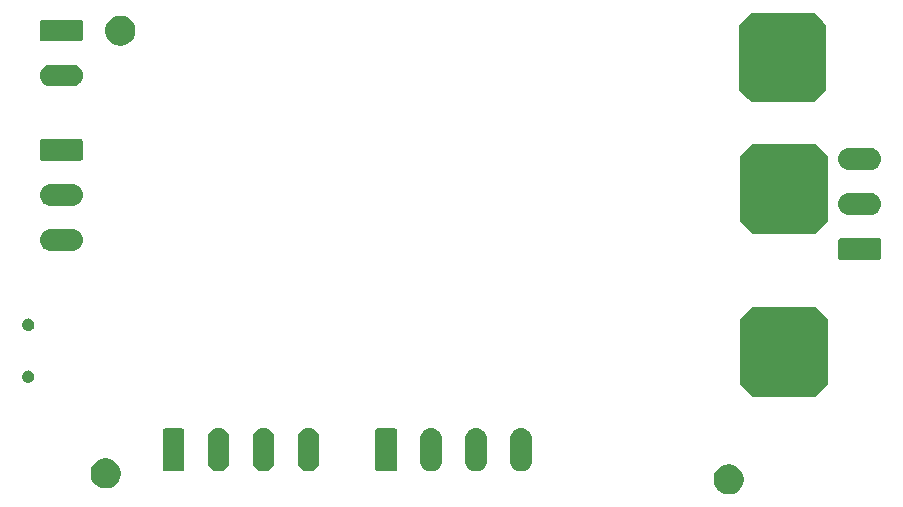
<source format=gbs>
G04 #@! TF.GenerationSoftware,KiCad,Pcbnew,(5.1.0)-1*
G04 #@! TF.CreationDate,2020-05-29T16:33:31+02:00*
G04 #@! TF.ProjectId,motortreiber,6d6f746f-7274-4726-9569-6265722e6b69,rev?*
G04 #@! TF.SameCoordinates,Original*
G04 #@! TF.FileFunction,Soldermask,Bot*
G04 #@! TF.FilePolarity,Negative*
%FSLAX46Y46*%
G04 Gerber Fmt 4.6, Leading zero omitted, Abs format (unit mm)*
G04 Created by KiCad (PCBNEW (5.1.0)-1) date 2020-05-29 16:33:31*
%MOMM*%
%LPD*%
G04 APERTURE LIST*
%ADD10C,0.100000*%
G04 APERTURE END LIST*
D10*
G36*
X191300000Y-98450000D02*
G01*
X191300000Y-103950000D01*
X190300000Y-104950000D01*
X185000000Y-104950000D01*
X184000000Y-103950000D01*
X184000000Y-98450000D01*
X185000000Y-97450000D01*
X190300000Y-97450000D01*
X191300000Y-98450000D01*
G37*
X191300000Y-98450000D02*
X191300000Y-103950000D01*
X190300000Y-104950000D01*
X185000000Y-104950000D01*
X184000000Y-103950000D01*
X184000000Y-98450000D01*
X185000000Y-97450000D01*
X190300000Y-97450000D01*
X191300000Y-98450000D01*
G36*
X191300000Y-84650000D02*
G01*
X191300000Y-90150000D01*
X190300000Y-91150000D01*
X185000000Y-91150000D01*
X184000000Y-90150000D01*
X184000000Y-84650000D01*
X185000000Y-83650000D01*
X190300000Y-83650000D01*
X191300000Y-84650000D01*
G37*
X191300000Y-84650000D02*
X191300000Y-90150000D01*
X190300000Y-91150000D01*
X185000000Y-91150000D01*
X184000000Y-90150000D01*
X184000000Y-84650000D01*
X185000000Y-83650000D01*
X190300000Y-83650000D01*
X191300000Y-84650000D01*
G36*
X191200000Y-73500000D02*
G01*
X191200000Y-79000000D01*
X190200000Y-80000000D01*
X184900000Y-80000000D01*
X183900000Y-79000000D01*
X183900000Y-73500000D01*
X184900000Y-72500000D01*
X190200000Y-72500000D01*
X191200000Y-73500000D01*
G37*
X191200000Y-73500000D02*
X191200000Y-79000000D01*
X190200000Y-80000000D01*
X184900000Y-80000000D01*
X183900000Y-79000000D01*
X183900000Y-73500000D01*
X184900000Y-72500000D01*
X190200000Y-72500000D01*
X191200000Y-73500000D01*
G36*
X183244595Y-110753772D02*
G01*
X183370445Y-110778805D01*
X183601571Y-110874541D01*
X183809578Y-111013527D01*
X183986473Y-111190422D01*
X184125459Y-111398429D01*
X184219344Y-111625086D01*
X184221195Y-111629556D01*
X184269111Y-111870444D01*
X184270000Y-111874916D01*
X184270000Y-112125084D01*
X184221195Y-112370445D01*
X184125459Y-112601571D01*
X183986473Y-112809578D01*
X183809578Y-112986473D01*
X183601571Y-113125459D01*
X183370445Y-113221195D01*
X183288658Y-113237463D01*
X183125086Y-113270000D01*
X182874914Y-113270000D01*
X182711342Y-113237463D01*
X182629555Y-113221195D01*
X182398429Y-113125459D01*
X182190422Y-112986473D01*
X182013527Y-112809578D01*
X181874541Y-112601571D01*
X181778805Y-112370445D01*
X181730000Y-112125084D01*
X181730000Y-111874916D01*
X181730890Y-111870444D01*
X181778805Y-111629556D01*
X181780657Y-111625086D01*
X181874541Y-111398429D01*
X182013527Y-111190422D01*
X182190422Y-111013527D01*
X182398429Y-110874541D01*
X182629555Y-110778805D01*
X182755405Y-110753772D01*
X182874914Y-110730000D01*
X183125086Y-110730000D01*
X183244595Y-110753772D01*
X183244595Y-110753772D01*
G37*
G36*
X130538658Y-110262537D02*
G01*
X130620445Y-110278805D01*
X130851571Y-110374541D01*
X131059578Y-110513527D01*
X131236473Y-110690422D01*
X131375459Y-110898429D01*
X131471195Y-111129555D01*
X131486485Y-111206424D01*
X131520000Y-111374914D01*
X131520000Y-111625086D01*
X131487463Y-111788658D01*
X131471195Y-111870445D01*
X131375459Y-112101571D01*
X131236473Y-112309578D01*
X131059578Y-112486473D01*
X130851571Y-112625459D01*
X130620445Y-112721195D01*
X130538658Y-112737463D01*
X130375086Y-112770000D01*
X130124914Y-112770000D01*
X129961342Y-112737463D01*
X129879555Y-112721195D01*
X129648429Y-112625459D01*
X129440422Y-112486473D01*
X129263527Y-112309578D01*
X129124541Y-112101571D01*
X129028805Y-111870445D01*
X129012537Y-111788658D01*
X128980000Y-111625086D01*
X128980000Y-111374914D01*
X129013515Y-111206424D01*
X129028805Y-111129555D01*
X129124541Y-110898429D01*
X129263527Y-110690422D01*
X129440422Y-110513527D01*
X129648429Y-110374541D01*
X129879555Y-110278805D01*
X129961342Y-110262537D01*
X130124914Y-110230000D01*
X130375086Y-110230000D01*
X130538658Y-110262537D01*
X130538658Y-110262537D01*
G37*
G36*
X157990350Y-107693311D02*
G01*
X158163772Y-107745919D01*
X158323596Y-107831345D01*
X158389825Y-107885699D01*
X158463686Y-107946314D01*
X158559734Y-108063350D01*
X158578655Y-108086405D01*
X158664081Y-108246227D01*
X158716689Y-108419649D01*
X158730000Y-108554804D01*
X158730000Y-110445196D01*
X158716689Y-110580351D01*
X158664081Y-110753773D01*
X158578655Y-110913595D01*
X158578653Y-110913597D01*
X158463686Y-111053686D01*
X158371238Y-111129555D01*
X158323595Y-111168655D01*
X158163773Y-111254081D01*
X157990351Y-111306689D01*
X157810000Y-111324451D01*
X157629650Y-111306689D01*
X157456228Y-111254081D01*
X157296406Y-111168655D01*
X157248763Y-111129555D01*
X157156315Y-111053686D01*
X157041348Y-110913597D01*
X157041346Y-110913595D01*
X156955920Y-110753773D01*
X156903312Y-110580351D01*
X156890001Y-110445196D01*
X156890000Y-108554805D01*
X156903311Y-108419650D01*
X156955919Y-108246228D01*
X157041345Y-108086404D01*
X157101528Y-108013072D01*
X157156314Y-107946314D01*
X157296403Y-107831347D01*
X157296405Y-107831345D01*
X157456227Y-107745919D01*
X157629649Y-107693311D01*
X157810000Y-107675549D01*
X157990350Y-107693311D01*
X157990350Y-107693311D01*
G37*
G36*
X165610350Y-107693311D02*
G01*
X165783772Y-107745919D01*
X165943596Y-107831345D01*
X166009825Y-107885699D01*
X166083686Y-107946314D01*
X166179734Y-108063350D01*
X166198655Y-108086405D01*
X166284081Y-108246227D01*
X166336689Y-108419649D01*
X166350000Y-108554804D01*
X166350000Y-110445196D01*
X166336689Y-110580351D01*
X166284081Y-110753773D01*
X166198655Y-110913595D01*
X166198653Y-110913597D01*
X166083686Y-111053686D01*
X165991238Y-111129555D01*
X165943595Y-111168655D01*
X165783773Y-111254081D01*
X165610351Y-111306689D01*
X165430000Y-111324451D01*
X165249650Y-111306689D01*
X165076228Y-111254081D01*
X164916406Y-111168655D01*
X164868763Y-111129555D01*
X164776315Y-111053686D01*
X164661348Y-110913597D01*
X164661346Y-110913595D01*
X164575920Y-110753773D01*
X164523312Y-110580351D01*
X164510001Y-110445196D01*
X164510000Y-108554805D01*
X164523311Y-108419650D01*
X164575919Y-108246228D01*
X164661345Y-108086404D01*
X164721528Y-108013072D01*
X164776314Y-107946314D01*
X164916403Y-107831347D01*
X164916405Y-107831345D01*
X165076227Y-107745919D01*
X165249649Y-107693311D01*
X165430000Y-107675549D01*
X165610350Y-107693311D01*
X165610350Y-107693311D01*
G37*
G36*
X161800350Y-107693311D02*
G01*
X161973772Y-107745919D01*
X162133596Y-107831345D01*
X162199825Y-107885699D01*
X162273686Y-107946314D01*
X162369734Y-108063350D01*
X162388655Y-108086405D01*
X162474081Y-108246227D01*
X162526689Y-108419649D01*
X162540000Y-108554804D01*
X162540000Y-110445196D01*
X162526689Y-110580351D01*
X162474081Y-110753773D01*
X162388655Y-110913595D01*
X162388653Y-110913597D01*
X162273686Y-111053686D01*
X162181238Y-111129555D01*
X162133595Y-111168655D01*
X161973773Y-111254081D01*
X161800351Y-111306689D01*
X161620000Y-111324451D01*
X161439650Y-111306689D01*
X161266228Y-111254081D01*
X161106406Y-111168655D01*
X161058763Y-111129555D01*
X160966315Y-111053686D01*
X160851348Y-110913597D01*
X160851346Y-110913595D01*
X160765920Y-110753773D01*
X160713312Y-110580351D01*
X160700001Y-110445196D01*
X160700000Y-108554805D01*
X160713311Y-108419650D01*
X160765919Y-108246228D01*
X160851345Y-108086404D01*
X160911528Y-108013072D01*
X160966314Y-107946314D01*
X161106403Y-107831347D01*
X161106405Y-107831345D01*
X161266227Y-107745919D01*
X161439649Y-107693311D01*
X161620000Y-107675549D01*
X161800350Y-107693311D01*
X161800350Y-107693311D01*
G37*
G36*
X139990350Y-107693311D02*
G01*
X140163772Y-107745919D01*
X140323596Y-107831345D01*
X140389825Y-107885699D01*
X140463686Y-107946314D01*
X140559734Y-108063350D01*
X140578655Y-108086405D01*
X140664081Y-108246227D01*
X140716689Y-108419649D01*
X140730000Y-108554804D01*
X140730000Y-110445196D01*
X140716689Y-110580351D01*
X140664081Y-110753773D01*
X140578655Y-110913595D01*
X140578653Y-110913597D01*
X140463686Y-111053686D01*
X140371238Y-111129555D01*
X140323595Y-111168655D01*
X140163773Y-111254081D01*
X139990351Y-111306689D01*
X139810000Y-111324451D01*
X139629650Y-111306689D01*
X139456228Y-111254081D01*
X139296406Y-111168655D01*
X139248763Y-111129555D01*
X139156315Y-111053686D01*
X139041348Y-110913597D01*
X139041346Y-110913595D01*
X138955920Y-110753773D01*
X138903312Y-110580351D01*
X138890001Y-110445196D01*
X138890000Y-108554805D01*
X138903311Y-108419650D01*
X138955919Y-108246228D01*
X139041345Y-108086404D01*
X139101528Y-108013072D01*
X139156314Y-107946314D01*
X139296403Y-107831347D01*
X139296405Y-107831345D01*
X139456227Y-107745919D01*
X139629649Y-107693311D01*
X139810000Y-107675549D01*
X139990350Y-107693311D01*
X139990350Y-107693311D01*
G37*
G36*
X143800350Y-107693311D02*
G01*
X143973772Y-107745919D01*
X144133596Y-107831345D01*
X144199825Y-107885699D01*
X144273686Y-107946314D01*
X144369734Y-108063350D01*
X144388655Y-108086405D01*
X144474081Y-108246227D01*
X144526689Y-108419649D01*
X144540000Y-108554804D01*
X144540000Y-110445196D01*
X144526689Y-110580351D01*
X144474081Y-110753773D01*
X144388655Y-110913595D01*
X144388653Y-110913597D01*
X144273686Y-111053686D01*
X144181238Y-111129555D01*
X144133595Y-111168655D01*
X143973773Y-111254081D01*
X143800351Y-111306689D01*
X143620000Y-111324451D01*
X143439650Y-111306689D01*
X143266228Y-111254081D01*
X143106406Y-111168655D01*
X143058763Y-111129555D01*
X142966315Y-111053686D01*
X142851348Y-110913597D01*
X142851346Y-110913595D01*
X142765920Y-110753773D01*
X142713312Y-110580351D01*
X142700001Y-110445196D01*
X142700000Y-108554805D01*
X142713311Y-108419650D01*
X142765919Y-108246228D01*
X142851345Y-108086404D01*
X142911528Y-108013072D01*
X142966314Y-107946314D01*
X143106403Y-107831347D01*
X143106405Y-107831345D01*
X143266227Y-107745919D01*
X143439649Y-107693311D01*
X143620000Y-107675549D01*
X143800350Y-107693311D01*
X143800350Y-107693311D01*
G37*
G36*
X147610350Y-107693311D02*
G01*
X147783772Y-107745919D01*
X147943596Y-107831345D01*
X148009825Y-107885699D01*
X148083686Y-107946314D01*
X148179734Y-108063350D01*
X148198655Y-108086405D01*
X148284081Y-108246227D01*
X148336689Y-108419649D01*
X148350000Y-108554804D01*
X148350000Y-110445196D01*
X148336689Y-110580351D01*
X148284081Y-110753773D01*
X148198655Y-110913595D01*
X148198653Y-110913597D01*
X148083686Y-111053686D01*
X147991238Y-111129555D01*
X147943595Y-111168655D01*
X147783773Y-111254081D01*
X147610351Y-111306689D01*
X147430000Y-111324451D01*
X147249650Y-111306689D01*
X147076228Y-111254081D01*
X146916406Y-111168655D01*
X146868763Y-111129555D01*
X146776315Y-111053686D01*
X146661348Y-110913597D01*
X146661346Y-110913595D01*
X146575920Y-110753773D01*
X146523312Y-110580351D01*
X146510001Y-110445196D01*
X146510000Y-108554805D01*
X146523311Y-108419650D01*
X146575919Y-108246228D01*
X146661345Y-108086404D01*
X146721528Y-108013072D01*
X146776314Y-107946314D01*
X146916403Y-107831347D01*
X146916405Y-107831345D01*
X147076227Y-107745919D01*
X147249649Y-107693311D01*
X147430000Y-107675549D01*
X147610350Y-107693311D01*
X147610350Y-107693311D01*
G37*
G36*
X136743318Y-107684453D02*
G01*
X136784439Y-107696927D01*
X136822340Y-107717186D01*
X136855556Y-107744444D01*
X136882814Y-107777660D01*
X136903073Y-107815561D01*
X136915547Y-107856682D01*
X136920000Y-107901898D01*
X136920000Y-111098102D01*
X136915547Y-111143318D01*
X136903073Y-111184439D01*
X136882814Y-111222340D01*
X136855556Y-111255556D01*
X136822340Y-111282814D01*
X136784439Y-111303073D01*
X136743318Y-111315547D01*
X136698102Y-111320000D01*
X135301898Y-111320000D01*
X135256682Y-111315547D01*
X135215561Y-111303073D01*
X135177660Y-111282814D01*
X135144444Y-111255556D01*
X135117186Y-111222340D01*
X135096927Y-111184439D01*
X135084453Y-111143318D01*
X135080000Y-111098102D01*
X135080000Y-107901898D01*
X135084453Y-107856682D01*
X135096927Y-107815561D01*
X135117186Y-107777660D01*
X135144444Y-107744444D01*
X135177660Y-107717186D01*
X135215561Y-107696927D01*
X135256682Y-107684453D01*
X135301898Y-107680000D01*
X136698102Y-107680000D01*
X136743318Y-107684453D01*
X136743318Y-107684453D01*
G37*
G36*
X154743318Y-107684453D02*
G01*
X154784439Y-107696927D01*
X154822340Y-107717186D01*
X154855556Y-107744444D01*
X154882814Y-107777660D01*
X154903073Y-107815561D01*
X154915547Y-107856682D01*
X154920000Y-107901898D01*
X154920000Y-111098102D01*
X154915547Y-111143318D01*
X154903073Y-111184439D01*
X154882814Y-111222340D01*
X154855556Y-111255556D01*
X154822340Y-111282814D01*
X154784439Y-111303073D01*
X154743318Y-111315547D01*
X154698102Y-111320000D01*
X153301898Y-111320000D01*
X153256682Y-111315547D01*
X153215561Y-111303073D01*
X153177660Y-111282814D01*
X153144444Y-111255556D01*
X153117186Y-111222340D01*
X153096927Y-111184439D01*
X153084453Y-111143318D01*
X153080000Y-111098102D01*
X153080000Y-107901898D01*
X153084453Y-107856682D01*
X153096927Y-107815561D01*
X153117186Y-107777660D01*
X153144444Y-107744444D01*
X153177660Y-107717186D01*
X153215561Y-107696927D01*
X153256682Y-107684453D01*
X153301898Y-107680000D01*
X154698102Y-107680000D01*
X154743318Y-107684453D01*
X154743318Y-107684453D01*
G37*
G36*
X123801447Y-102789992D02*
G01*
X123851678Y-102799983D01*
X123911355Y-102824702D01*
X123946315Y-102839183D01*
X124031476Y-102896086D01*
X124031478Y-102896088D01*
X124031481Y-102896090D01*
X124103910Y-102968519D01*
X124103912Y-102968522D01*
X124103914Y-102968524D01*
X124160817Y-103053685D01*
X124200017Y-103148323D01*
X124220000Y-103248783D01*
X124220000Y-103351217D01*
X124200017Y-103451677D01*
X124160817Y-103546315D01*
X124103914Y-103631476D01*
X124103912Y-103631478D01*
X124103910Y-103631481D01*
X124031481Y-103703910D01*
X124031478Y-103703912D01*
X124031476Y-103703914D01*
X123946315Y-103760817D01*
X123911355Y-103775298D01*
X123851678Y-103800017D01*
X123801447Y-103810009D01*
X123751217Y-103820000D01*
X123648783Y-103820000D01*
X123598553Y-103810008D01*
X123548322Y-103800017D01*
X123488645Y-103775298D01*
X123453685Y-103760817D01*
X123368524Y-103703914D01*
X123368522Y-103703912D01*
X123368519Y-103703910D01*
X123296090Y-103631481D01*
X123296088Y-103631478D01*
X123296086Y-103631476D01*
X123239183Y-103546315D01*
X123199983Y-103451677D01*
X123180000Y-103351217D01*
X123180000Y-103248783D01*
X123199983Y-103148323D01*
X123239183Y-103053685D01*
X123296086Y-102968524D01*
X123296088Y-102968522D01*
X123296090Y-102968519D01*
X123368519Y-102896090D01*
X123368522Y-102896088D01*
X123368524Y-102896086D01*
X123453685Y-102839183D01*
X123488645Y-102824702D01*
X123548322Y-102799983D01*
X123598553Y-102789992D01*
X123648783Y-102780000D01*
X123751217Y-102780000D01*
X123801447Y-102789992D01*
X123801447Y-102789992D01*
G37*
G36*
X123801447Y-98389991D02*
G01*
X123851678Y-98399983D01*
X123911355Y-98424702D01*
X123946315Y-98439183D01*
X124031476Y-98496086D01*
X124031478Y-98496088D01*
X124031481Y-98496090D01*
X124103910Y-98568519D01*
X124103912Y-98568522D01*
X124103914Y-98568524D01*
X124160817Y-98653685D01*
X124200017Y-98748323D01*
X124220000Y-98848783D01*
X124220000Y-98951217D01*
X124200017Y-99051677D01*
X124160817Y-99146315D01*
X124103914Y-99231476D01*
X124103912Y-99231478D01*
X124103910Y-99231481D01*
X124031481Y-99303910D01*
X124031478Y-99303912D01*
X124031476Y-99303914D01*
X123946315Y-99360817D01*
X123911355Y-99375298D01*
X123851678Y-99400017D01*
X123801447Y-99410008D01*
X123751217Y-99420000D01*
X123648783Y-99420000D01*
X123598553Y-99410009D01*
X123548322Y-99400017D01*
X123488645Y-99375298D01*
X123453685Y-99360817D01*
X123368524Y-99303914D01*
X123368522Y-99303912D01*
X123368519Y-99303910D01*
X123296090Y-99231481D01*
X123296088Y-99231478D01*
X123296086Y-99231476D01*
X123239183Y-99146315D01*
X123199983Y-99051677D01*
X123180000Y-98951217D01*
X123180000Y-98848783D01*
X123199983Y-98748323D01*
X123239183Y-98653685D01*
X123296086Y-98568524D01*
X123296088Y-98568522D01*
X123296090Y-98568519D01*
X123368519Y-98496090D01*
X123368522Y-98496088D01*
X123368524Y-98496086D01*
X123453685Y-98439183D01*
X123488645Y-98424702D01*
X123548322Y-98399983D01*
X123598553Y-98389991D01*
X123648783Y-98380000D01*
X123751217Y-98380000D01*
X123801447Y-98389991D01*
X123801447Y-98389991D01*
G37*
G36*
X195743318Y-91584453D02*
G01*
X195784439Y-91596927D01*
X195822340Y-91617186D01*
X195855556Y-91644444D01*
X195882814Y-91677660D01*
X195903073Y-91715561D01*
X195915547Y-91756682D01*
X195920000Y-91801898D01*
X195920000Y-93198102D01*
X195915547Y-93243318D01*
X195903073Y-93284439D01*
X195882814Y-93322340D01*
X195855556Y-93355556D01*
X195822340Y-93382814D01*
X195784439Y-93403073D01*
X195743318Y-93415547D01*
X195698102Y-93420000D01*
X192501898Y-93420000D01*
X192456682Y-93415547D01*
X192415561Y-93403073D01*
X192377660Y-93382814D01*
X192344444Y-93355556D01*
X192317186Y-93322340D01*
X192296927Y-93284439D01*
X192284453Y-93243318D01*
X192280000Y-93198102D01*
X192280000Y-91801898D01*
X192284453Y-91756682D01*
X192296927Y-91715561D01*
X192317186Y-91677660D01*
X192344444Y-91644444D01*
X192377660Y-91617186D01*
X192415561Y-91596927D01*
X192456682Y-91584453D01*
X192501898Y-91580000D01*
X195698102Y-91580000D01*
X195743318Y-91584453D01*
X195743318Y-91584453D01*
G37*
G36*
X127580351Y-90813311D02*
G01*
X127753773Y-90865919D01*
X127913595Y-90951345D01*
X127913597Y-90951347D01*
X128053686Y-91066314D01*
X128149734Y-91183350D01*
X128168655Y-91206405D01*
X128254081Y-91366227D01*
X128306689Y-91539649D01*
X128324451Y-91720000D01*
X128306689Y-91900351D01*
X128254081Y-92073773D01*
X128168655Y-92233595D01*
X128168653Y-92233597D01*
X128053686Y-92373686D01*
X127936650Y-92469734D01*
X127913595Y-92488655D01*
X127753773Y-92574081D01*
X127580351Y-92626689D01*
X127445196Y-92640000D01*
X125554804Y-92640000D01*
X125419649Y-92626689D01*
X125246227Y-92574081D01*
X125086405Y-92488655D01*
X125063350Y-92469734D01*
X124946314Y-92373686D01*
X124831347Y-92233597D01*
X124831345Y-92233595D01*
X124745919Y-92073773D01*
X124693311Y-91900351D01*
X124675549Y-91720000D01*
X124693311Y-91539649D01*
X124745919Y-91366227D01*
X124831345Y-91206405D01*
X124850266Y-91183350D01*
X124946314Y-91066314D01*
X125086403Y-90951347D01*
X125086405Y-90951345D01*
X125246227Y-90865919D01*
X125419649Y-90813311D01*
X125554804Y-90800000D01*
X127445196Y-90800000D01*
X127580351Y-90813311D01*
X127580351Y-90813311D01*
G37*
G36*
X195180351Y-87783311D02*
G01*
X195353773Y-87835919D01*
X195513595Y-87921345D01*
X195513597Y-87921347D01*
X195653686Y-88036314D01*
X195749734Y-88153350D01*
X195768655Y-88176405D01*
X195854081Y-88336227D01*
X195906689Y-88509649D01*
X195924451Y-88690000D01*
X195906689Y-88870351D01*
X195854081Y-89043773D01*
X195768655Y-89203595D01*
X195768653Y-89203597D01*
X195653686Y-89343686D01*
X195536650Y-89439734D01*
X195513595Y-89458655D01*
X195353773Y-89544081D01*
X195180351Y-89596689D01*
X195045196Y-89610000D01*
X193154804Y-89610000D01*
X193019649Y-89596689D01*
X192846227Y-89544081D01*
X192686405Y-89458655D01*
X192663350Y-89439734D01*
X192546314Y-89343686D01*
X192431347Y-89203597D01*
X192431345Y-89203595D01*
X192345919Y-89043773D01*
X192293311Y-88870351D01*
X192275549Y-88690000D01*
X192293311Y-88509649D01*
X192345919Y-88336227D01*
X192431345Y-88176405D01*
X192450266Y-88153350D01*
X192546314Y-88036314D01*
X192686403Y-87921347D01*
X192686405Y-87921345D01*
X192846227Y-87835919D01*
X193019649Y-87783311D01*
X193154804Y-87770000D01*
X195045196Y-87770000D01*
X195180351Y-87783311D01*
X195180351Y-87783311D01*
G37*
G36*
X127580351Y-87003311D02*
G01*
X127753773Y-87055919D01*
X127913595Y-87141345D01*
X127913597Y-87141347D01*
X128053686Y-87256314D01*
X128149734Y-87373350D01*
X128168655Y-87396405D01*
X128254081Y-87556227D01*
X128306689Y-87729649D01*
X128324451Y-87910000D01*
X128306689Y-88090351D01*
X128254081Y-88263773D01*
X128168655Y-88423595D01*
X128168653Y-88423597D01*
X128053686Y-88563686D01*
X127936650Y-88659734D01*
X127913595Y-88678655D01*
X127753773Y-88764081D01*
X127580351Y-88816689D01*
X127445196Y-88830000D01*
X125554804Y-88830000D01*
X125419649Y-88816689D01*
X125246227Y-88764081D01*
X125086405Y-88678655D01*
X125063350Y-88659734D01*
X124946314Y-88563686D01*
X124831347Y-88423597D01*
X124831345Y-88423595D01*
X124745919Y-88263773D01*
X124693311Y-88090351D01*
X124675549Y-87910000D01*
X124693311Y-87729649D01*
X124745919Y-87556227D01*
X124831345Y-87396405D01*
X124850266Y-87373350D01*
X124946314Y-87256314D01*
X125086403Y-87141347D01*
X125086405Y-87141345D01*
X125246227Y-87055919D01*
X125419649Y-87003311D01*
X125554804Y-86990000D01*
X127445196Y-86990000D01*
X127580351Y-87003311D01*
X127580351Y-87003311D01*
G37*
G36*
X195180351Y-83973311D02*
G01*
X195353773Y-84025919D01*
X195513595Y-84111345D01*
X195513597Y-84111347D01*
X195653686Y-84226314D01*
X195749734Y-84343350D01*
X195768655Y-84366405D01*
X195854081Y-84526227D01*
X195906689Y-84699649D01*
X195924451Y-84880000D01*
X195906689Y-85060351D01*
X195854081Y-85233773D01*
X195768655Y-85393595D01*
X195768653Y-85393597D01*
X195653686Y-85533686D01*
X195536650Y-85629734D01*
X195513595Y-85648655D01*
X195353773Y-85734081D01*
X195180351Y-85786689D01*
X195045196Y-85800000D01*
X193154804Y-85800000D01*
X193019649Y-85786689D01*
X192846227Y-85734081D01*
X192686405Y-85648655D01*
X192663350Y-85629734D01*
X192546314Y-85533686D01*
X192431347Y-85393597D01*
X192431345Y-85393595D01*
X192345919Y-85233773D01*
X192293311Y-85060351D01*
X192275549Y-84880000D01*
X192293311Y-84699649D01*
X192345919Y-84526227D01*
X192431345Y-84366405D01*
X192450266Y-84343350D01*
X192546314Y-84226314D01*
X192686403Y-84111347D01*
X192686405Y-84111345D01*
X192846227Y-84025919D01*
X193019649Y-83973311D01*
X193154804Y-83960000D01*
X195045196Y-83960000D01*
X195180351Y-83973311D01*
X195180351Y-83973311D01*
G37*
G36*
X128143318Y-83184453D02*
G01*
X128184439Y-83196927D01*
X128222340Y-83217186D01*
X128255556Y-83244444D01*
X128282814Y-83277660D01*
X128303073Y-83315561D01*
X128315547Y-83356682D01*
X128320000Y-83401898D01*
X128320000Y-84798102D01*
X128315547Y-84843318D01*
X128303073Y-84884439D01*
X128282814Y-84922340D01*
X128255556Y-84955556D01*
X128222340Y-84982814D01*
X128184439Y-85003073D01*
X128143318Y-85015547D01*
X128098102Y-85020000D01*
X124901898Y-85020000D01*
X124856682Y-85015547D01*
X124815561Y-85003073D01*
X124777660Y-84982814D01*
X124744444Y-84955556D01*
X124717186Y-84922340D01*
X124696927Y-84884439D01*
X124684453Y-84843318D01*
X124680000Y-84798102D01*
X124680000Y-83401898D01*
X124684453Y-83356682D01*
X124696927Y-83315561D01*
X124717186Y-83277660D01*
X124744444Y-83244444D01*
X124777660Y-83217186D01*
X124815561Y-83196927D01*
X124856682Y-83184453D01*
X124901898Y-83180000D01*
X128098102Y-83180000D01*
X128143318Y-83184453D01*
X128143318Y-83184453D01*
G37*
G36*
X127580351Y-76903311D02*
G01*
X127753773Y-76955919D01*
X127913595Y-77041345D01*
X127913597Y-77041347D01*
X128053686Y-77156314D01*
X128149734Y-77273350D01*
X128168655Y-77296405D01*
X128254081Y-77456227D01*
X128306689Y-77629649D01*
X128324451Y-77810000D01*
X128306689Y-77990351D01*
X128254081Y-78163773D01*
X128168655Y-78323595D01*
X128168653Y-78323597D01*
X128053686Y-78463686D01*
X127936650Y-78559734D01*
X127913595Y-78578655D01*
X127753773Y-78664081D01*
X127580351Y-78716689D01*
X127445196Y-78730000D01*
X125554804Y-78730000D01*
X125419649Y-78716689D01*
X125246227Y-78664081D01*
X125086405Y-78578655D01*
X125063350Y-78559734D01*
X124946314Y-78463686D01*
X124831347Y-78323597D01*
X124831345Y-78323595D01*
X124745919Y-78163773D01*
X124693311Y-77990351D01*
X124675549Y-77810000D01*
X124693311Y-77629649D01*
X124745919Y-77456227D01*
X124831345Y-77296405D01*
X124850266Y-77273350D01*
X124946314Y-77156314D01*
X125086403Y-77041347D01*
X125086405Y-77041345D01*
X125246227Y-76955919D01*
X125419649Y-76903311D01*
X125554804Y-76890000D01*
X127445196Y-76890000D01*
X127580351Y-76903311D01*
X127580351Y-76903311D01*
G37*
G36*
X131788658Y-72762537D02*
G01*
X131870445Y-72778805D01*
X132101571Y-72874541D01*
X132309578Y-73013527D01*
X132486473Y-73190422D01*
X132625459Y-73398429D01*
X132721195Y-73629555D01*
X132770000Y-73874916D01*
X132770000Y-74125084D01*
X132721195Y-74370445D01*
X132625459Y-74601571D01*
X132486473Y-74809578D01*
X132309578Y-74986473D01*
X132101571Y-75125459D01*
X131870445Y-75221195D01*
X131788658Y-75237463D01*
X131625086Y-75270000D01*
X131374914Y-75270000D01*
X131211342Y-75237463D01*
X131129555Y-75221195D01*
X130898429Y-75125459D01*
X130690422Y-74986473D01*
X130513527Y-74809578D01*
X130374541Y-74601571D01*
X130278805Y-74370445D01*
X130230000Y-74125084D01*
X130230000Y-73874916D01*
X130278805Y-73629555D01*
X130374541Y-73398429D01*
X130513527Y-73190422D01*
X130690422Y-73013527D01*
X130898429Y-72874541D01*
X131129555Y-72778805D01*
X131211342Y-72762537D01*
X131374914Y-72730000D01*
X131625086Y-72730000D01*
X131788658Y-72762537D01*
X131788658Y-72762537D01*
G37*
G36*
X128143318Y-73084453D02*
G01*
X128184439Y-73096927D01*
X128222340Y-73117186D01*
X128255556Y-73144444D01*
X128282814Y-73177660D01*
X128303073Y-73215561D01*
X128315547Y-73256682D01*
X128320000Y-73301898D01*
X128320000Y-74698102D01*
X128315547Y-74743318D01*
X128303073Y-74784439D01*
X128282814Y-74822340D01*
X128255556Y-74855556D01*
X128222340Y-74882814D01*
X128184439Y-74903073D01*
X128143318Y-74915547D01*
X128098102Y-74920000D01*
X124901898Y-74920000D01*
X124856682Y-74915547D01*
X124815561Y-74903073D01*
X124777660Y-74882814D01*
X124744444Y-74855556D01*
X124717186Y-74822340D01*
X124696927Y-74784439D01*
X124684453Y-74743318D01*
X124680000Y-74698102D01*
X124680000Y-73301898D01*
X124684453Y-73256682D01*
X124696927Y-73215561D01*
X124717186Y-73177660D01*
X124744444Y-73144444D01*
X124777660Y-73117186D01*
X124815561Y-73096927D01*
X124856682Y-73084453D01*
X124901898Y-73080000D01*
X128098102Y-73080000D01*
X128143318Y-73084453D01*
X128143318Y-73084453D01*
G37*
M02*

</source>
